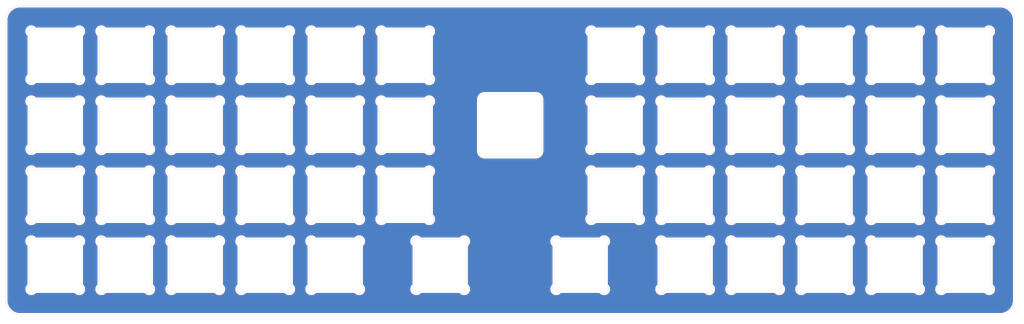
<source format=kicad_pcb>
(kicad_pcb (version 20171130) (host pcbnew "(5.1.6)-1")
  (layers (0 F.Cu signal) (31 B.Cu signal) (34 B.Paste user) (35 F.Paste user) (36 B.SilkS user) (37 F.SilkS user) (38 B.Mask user) (39 F.Mask user) (44 Edge.Cuts user))
  (net 0 "")
  (gr_line (start 73 183.5) (end 339 183.5) (layer Edge.Cuts) (width 0.05))
  (gr_arc (start 339 103.5) (end 343 103.5) (angle -90) (layer Edge.Cuts) (width 0.05))
  (gr_arc (start 73 179.5) (end 69 179.5) (angle -90) (layer Edge.Cuts) (width 0.05))
  (gr_line (start 69 103.5) (end 69 179.5) (layer Edge.Cuts) (width 0.05))
  (gr_line (start 343 179.5) (end 343 103.5) (layer Edge.Cuts) (width 0.05))
  (gr_arc (start 339 179.5) (end 339 183.5) (angle -90) (layer Edge.Cuts) (width 0.05))
  (gr_line (start 339 99.5) (end 73 99.5) (layer Edge.Cuts) (width 0.05))
  (gr_arc (start 73 103.5) (end 73 99.5) (angle -90) (layer Edge.Cuts) (width 0.05))
  (gr_line (start 214.5 139) (end 214.5 125) (layer Edge.Cuts) (width 0.05))
  (gr_line (start 199 140.5) (end 213 140.5) (layer Edge.Cuts) (width 0.05))
  (gr_line (start 197.5 125) (end 197.5 139) (layer Edge.Cuts) (width 0.05))
  (gr_line (start 213 123.5) (end 199 123.5) (layer Edge.Cuts) (width 0.05))
  (gr_arc (start 213 125) (end 214.5 125) (angle -90) (layer Edge.Cuts) (width 0.05))
  (gr_arc (start 213 139) (end 213 140.5) (angle -90) (layer Edge.Cuts) (width 0.05))
  (gr_arc (start 199 139) (end 197.5 139) (angle -90) (layer Edge.Cuts) (width 0.05))
  (gr_arc (start 199 125) (end 199 123.5) (angle -90) (layer Edge.Cuts) (width 0.05))
  (gr_line (start 227.500001 118.500001) (end 227.5 107.499999) (layer Edge.Cuts) (width 0.05))
  (gr_arc (start 279 119.5) (end 278.000001 119.999999) (angle -216.8698976) (layer Edge.Cuts) (width 0.05))
  (gr_line (start 298.499999 107.499999) (end 298.5 118.5) (layer Edge.Cuts) (width 0.05))
  (gr_arc (start 298 119.5) (end 297.000001 119.999999) (angle -216.8698976) (layer Edge.Cuts) (width 0.05))
  (gr_arc (start 247 119.5) (end 246.500001 118.500001) (angle -216.8698976) (layer Edge.Cuts) (width 0.05))
  (gr_arc (start 279 106.5) (end 279.499999 107.499999) (angle -216.8698976) (layer Edge.Cuts) (width 0.05))
  (gr_arc (start 298 106.5) (end 298.499999 107.499999) (angle -216.8698976) (layer Edge.Cuts) (width 0.05))
  (gr_line (start 246.500001 118.500001) (end 246.5 107.499999) (layer Edge.Cuts) (width 0.05))
  (gr_line (start 266.999999 106.000001) (end 278.000001 106) (layer Edge.Cuts) (width 0.05))
  (gr_line (start 285.999999 106.000001) (end 297.000001 106) (layer Edge.Cuts) (width 0.05))
  (gr_line (start 297.000001 119.999999) (end 285.999999 120) (layer Edge.Cuts) (width 0.05))
  (gr_arc (start 285 119.5) (end 284.500001 118.500001) (angle -216.8698976) (layer Edge.Cuts) (width 0.05))
  (gr_arc (start 285 106.5) (end 285.999999 106.000001) (angle -216.8698976) (layer Edge.Cuts) (width 0.05))
  (gr_line (start 279.499999 107.499999) (end 279.5 118.5) (layer Edge.Cuts) (width 0.05))
  (gr_arc (start 247 106.5) (end 247.999999 106.000001) (angle -216.8698976) (layer Edge.Cuts) (width 0.05))
  (gr_line (start 247.999999 106.000001) (end 259.000001 106) (layer Edge.Cuts) (width 0.05))
  (gr_line (start 284.500001 118.500001) (end 284.5 107.499999) (layer Edge.Cuts) (width 0.05))
  (gr_line (start 278.000001 119.999999) (end 266.999999 120) (layer Edge.Cuts) (width 0.05))
  (gr_arc (start 260 106.5) (end 260.499999 107.499999) (angle -216.8698976) (layer Edge.Cuts) (width 0.05))
  (gr_arc (start 266 119.5) (end 265.500001 118.500001) (angle -216.8698976) (layer Edge.Cuts) (width 0.05))
  (gr_line (start 240.000001 119.999999) (end 228.999999 120) (layer Edge.Cuts) (width 0.05))
  (gr_arc (start 266 106.5) (end 266.999999 106.000001) (angle -216.8698976) (layer Edge.Cuts) (width 0.05))
  (gr_arc (start 260 119.5) (end 259.000001 119.999999) (angle -216.8698976) (layer Edge.Cuts) (width 0.05))
  (gr_line (start 259.000001 119.999999) (end 247.999999 120) (layer Edge.Cuts) (width 0.05))
  (gr_line (start 260.499999 107.499999) (end 260.5 118.5) (layer Edge.Cuts) (width 0.05))
  (gr_line (start 228.999999 106.000001) (end 240.000001 106) (layer Edge.Cuts) (width 0.05))
  (gr_arc (start 228 106.5) (end 228.999999 106.000001) (angle -216.8698976) (layer Edge.Cuts) (width 0.05))
  (gr_arc (start 241 106.5) (end 241.499999 107.499999) (angle -216.8698976) (layer Edge.Cuts) (width 0.05))
  (gr_arc (start 241 119.5) (end 240.000001 119.999999) (angle -216.8698976) (layer Edge.Cuts) (width 0.05))
  (gr_arc (start 228 119.5) (end 227.500001 118.500001) (angle -216.8698976) (layer Edge.Cuts) (width 0.05))
  (gr_line (start 265.500001 118.500001) (end 265.5 107.499999) (layer Edge.Cuts) (width 0.05))
  (gr_line (start 241.499999 107.499999) (end 241.5 118.5) (layer Edge.Cuts) (width 0.05))
  (gr_arc (start 336 157.5) (end 335.000001 157.999999) (angle -216.8698976) (layer Edge.Cuts) (width 0.05))
  (gr_arc (start 260 157.5) (end 259.000001 157.999999) (angle -216.8698976) (layer Edge.Cuts) (width 0.05))
  (gr_line (start 323.999999 144.000001) (end 335.000001 144) (layer Edge.Cuts) (width 0.05))
  (gr_line (start 265.500001 156.500001) (end 265.5 145.499999) (layer Edge.Cuts) (width 0.05))
  (gr_line (start 317.499999 145.499999) (end 317.5 156.5) (layer Edge.Cuts) (width 0.05))
  (gr_arc (start 304 157.5) (end 303.500001 156.500001) (angle -216.8698976) (layer Edge.Cuts) (width 0.05))
  (gr_line (start 335.000001 157.999999) (end 323.999999 158) (layer Edge.Cuts) (width 0.05))
  (gr_arc (start 304 144.5) (end 304.999999 144.000001) (angle -216.8698976) (layer Edge.Cuts) (width 0.05))
  (gr_line (start 278.000001 157.999999) (end 266.999999 158) (layer Edge.Cuts) (width 0.05))
  (gr_arc (start 285 157.5) (end 284.500001 156.500001) (angle -216.8698976) (layer Edge.Cuts) (width 0.05))
  (gr_arc (start 298 157.5) (end 297.000001 157.999999) (angle -216.8698976) (layer Edge.Cuts) (width 0.05))
  (gr_line (start 241.499999 145.499999) (end 241.5 156.5) (layer Edge.Cuts) (width 0.05))
  (gr_arc (start 241 144.5) (end 241.499999 145.499999) (angle -216.8698976) (layer Edge.Cuts) (width 0.05))
  (gr_arc (start 317 144.5) (end 317.499999 145.499999) (angle -216.8698976) (layer Edge.Cuts) (width 0.05))
  (gr_line (start 279.499999 145.499999) (end 279.5 156.5) (layer Edge.Cuts) (width 0.05))
  (gr_arc (start 285 144.5) (end 285.999999 144.000001) (angle -216.8698976) (layer Edge.Cuts) (width 0.05))
  (gr_line (start 259.000001 157.999999) (end 247.999999 158) (layer Edge.Cuts) (width 0.05))
  (gr_arc (start 241 157.5) (end 240.000001 157.999999) (angle -216.8698976) (layer Edge.Cuts) (width 0.05))
  (gr_line (start 260.499999 145.499999) (end 260.5 156.5) (layer Edge.Cuts) (width 0.05))
  (gr_line (start 228.999999 144.000001) (end 240.000001 144) (layer Edge.Cuts) (width 0.05))
  (gr_arc (start 323 157.5) (end 322.500001 156.500001) (angle -216.8698976) (layer Edge.Cuts) (width 0.05))
  (gr_line (start 322.500001 156.500001) (end 322.5 145.499999) (layer Edge.Cuts) (width 0.05))
  (gr_line (start 336.499999 145.499999) (end 336.5 156.5) (layer Edge.Cuts) (width 0.05))
  (gr_line (start 298.499999 145.499999) (end 298.5 156.5) (layer Edge.Cuts) (width 0.05))
  (gr_line (start 247.999999 144.000001) (end 259.000001 144) (layer Edge.Cuts) (width 0.05))
  (gr_line (start 266.999999 144.000001) (end 278.000001 144) (layer Edge.Cuts) (width 0.05))
  (gr_line (start 297.000001 157.999999) (end 285.999999 158) (layer Edge.Cuts) (width 0.05))
  (gr_arc (start 279 144.5) (end 279.499999 145.499999) (angle -216.8698976) (layer Edge.Cuts) (width 0.05))
  (gr_line (start 285.999999 144.000001) (end 297.000001 144) (layer Edge.Cuts) (width 0.05))
  (gr_line (start 316.000001 157.999999) (end 304.999999 158) (layer Edge.Cuts) (width 0.05))
  (gr_line (start 284.500001 156.500001) (end 284.5 145.499999) (layer Edge.Cuts) (width 0.05))
  (gr_arc (start 279 157.5) (end 278.000001 157.999999) (angle -216.8698976) (layer Edge.Cuts) (width 0.05))
  (gr_arc (start 228 157.5) (end 227.500001 156.500001) (angle -216.8698976) (layer Edge.Cuts) (width 0.05))
  (gr_arc (start 336 144.5) (end 336.499999 145.499999) (angle -216.8698976) (layer Edge.Cuts) (width 0.05))
  (gr_arc (start 298 144.5) (end 298.499999 145.499999) (angle -216.8698976) (layer Edge.Cuts) (width 0.05))
  (gr_arc (start 266 144.5) (end 266.999999 144.000001) (angle -216.8698976) (layer Edge.Cuts) (width 0.05))
  (gr_arc (start 247 144.5) (end 247.999999 144.000001) (angle -216.8698976) (layer Edge.Cuts) (width 0.05))
  (gr_arc (start 323 144.5) (end 323.999999 144.000001) (angle -216.8698976) (layer Edge.Cuts) (width 0.05))
  (gr_line (start 227.500001 156.500001) (end 227.5 145.499999) (layer Edge.Cuts) (width 0.05))
  (gr_line (start 303.500001 156.500001) (end 303.5 145.499999) (layer Edge.Cuts) (width 0.05))
  (gr_line (start 304.999999 144.000001) (end 316.000001 144) (layer Edge.Cuts) (width 0.05))
  (gr_arc (start 317 157.5) (end 316.000001 157.999999) (angle -216.8698976) (layer Edge.Cuts) (width 0.05))
  (gr_arc (start 260 144.5) (end 260.499999 145.499999) (angle -216.8698976) (layer Edge.Cuts) (width 0.05))
  (gr_line (start 246.500001 156.500001) (end 246.5 145.499999) (layer Edge.Cuts) (width 0.05))
  (gr_arc (start 247 157.5) (end 246.500001 156.500001) (angle -216.8698976) (layer Edge.Cuts) (width 0.05))
  (gr_arc (start 266 157.5) (end 265.500001 156.500001) (angle -216.8698976) (layer Edge.Cuts) (width 0.05))
  (gr_arc (start 228 144.5) (end 228.999999 144.000001) (angle -216.8698976) (layer Edge.Cuts) (width 0.05))
  (gr_line (start 240.000001 157.999999) (end 228.999999 158) (layer Edge.Cuts) (width 0.05))
  (gr_line (start 285.999999 125.000001) (end 297.000001 125) (layer Edge.Cuts) (width 0.05))
  (gr_line (start 284.500001 137.500001) (end 284.5 126.499999) (layer Edge.Cuts) (width 0.05))
  (gr_arc (start 260 125.5) (end 260.499999 126.499999) (angle -216.8698976) (layer Edge.Cuts) (width 0.05))
  (gr_line (start 298.499999 126.499999) (end 298.5 137.5) (layer Edge.Cuts) (width 0.05))
  (gr_line (start 278.000001 138.999999) (end 266.999999 139) (layer Edge.Cuts) (width 0.05))
  (gr_arc (start 285 138.5) (end 284.500001 137.500001) (angle -216.8698976) (layer Edge.Cuts) (width 0.05))
  (gr_arc (start 247 138.5) (end 246.500001 137.500001) (angle -216.8698976) (layer Edge.Cuts) (width 0.05))
  (gr_line (start 227.500001 137.500001) (end 227.5 126.499999) (layer Edge.Cuts) (width 0.05))
  (gr_arc (start 266 138.5) (end 265.500001 137.500001) (angle -216.8698976) (layer Edge.Cuts) (width 0.05))
  (gr_line (start 246.500001 137.500001) (end 246.5 126.499999) (layer Edge.Cuts) (width 0.05))
  (gr_arc (start 279 125.5) (end 279.499999 126.499999) (angle -216.8698976) (layer Edge.Cuts) (width 0.05))
  (gr_arc (start 279 138.5) (end 278.000001 138.999999) (angle -216.8698976) (layer Edge.Cuts) (width 0.05))
  (gr_arc (start 298 125.5) (end 298.499999 126.499999) (angle -216.8698976) (layer Edge.Cuts) (width 0.05))
  (gr_line (start 266.999999 125.000001) (end 278.000001 125) (layer Edge.Cuts) (width 0.05))
  (gr_arc (start 298 138.5) (end 297.000001 138.999999) (angle -216.8698976) (layer Edge.Cuts) (width 0.05))
  (gr_line (start 247.999999 125.000001) (end 259.000001 125) (layer Edge.Cuts) (width 0.05))
  (gr_line (start 297.000001 138.999999) (end 285.999999 139) (layer Edge.Cuts) (width 0.05))
  (gr_line (start 279.499999 126.499999) (end 279.5 137.5) (layer Edge.Cuts) (width 0.05))
  (gr_arc (start 285 125.5) (end 285.999999 125.000001) (angle -216.8698976) (layer Edge.Cuts) (width 0.05))
  (gr_arc (start 247 125.5) (end 247.999999 125.000001) (angle -216.8698976) (layer Edge.Cuts) (width 0.05))
  (gr_arc (start 317 119.5) (end 316.000001 119.999999) (angle -216.8698976) (layer Edge.Cuts) (width 0.05))
  (gr_arc (start 304 106.5) (end 304.999999 106.000001) (angle -216.8698976) (layer Edge.Cuts) (width 0.05))
  (gr_arc (start 228 138.5) (end 227.500001 137.500001) (angle -216.8698976) (layer Edge.Cuts) (width 0.05))
  (gr_line (start 241.499999 126.499999) (end 241.5 137.5) (layer Edge.Cuts) (width 0.05))
  (gr_line (start 303.500001 137.500001) (end 303.5 126.499999) (layer Edge.Cuts) (width 0.05))
  (gr_line (start 316.000001 138.999999) (end 304.999999 139) (layer Edge.Cuts) (width 0.05))
  (gr_line (start 240.000001 138.999999) (end 228.999999 139) (layer Edge.Cuts) (width 0.05))
  (gr_arc (start 266 125.5) (end 266.999999 125.000001) (angle -216.8698976) (layer Edge.Cuts) (width 0.05))
  (gr_arc (start 260 138.5) (end 259.000001 138.999999) (angle -216.8698976) (layer Edge.Cuts) (width 0.05))
  (gr_line (start 259.000001 138.999999) (end 247.999999 139) (layer Edge.Cuts) (width 0.05))
  (gr_line (start 260.499999 126.499999) (end 260.5 137.5) (layer Edge.Cuts) (width 0.05))
  (gr_line (start 228.999999 125.000001) (end 240.000001 125) (layer Edge.Cuts) (width 0.05))
  (gr_line (start 265.500001 137.500001) (end 265.5 126.499999) (layer Edge.Cuts) (width 0.05))
  (gr_arc (start 323 138.5) (end 322.500001 137.500001) (angle -216.8698976) (layer Edge.Cuts) (width 0.05))
  (gr_arc (start 323 106.5) (end 323.999999 106.000001) (angle -216.8698976) (layer Edge.Cuts) (width 0.05))
  (gr_line (start 304.999999 125.000001) (end 316.000001 125) (layer Edge.Cuts) (width 0.05))
  (gr_line (start 303.500001 118.500001) (end 303.5 107.499999) (layer Edge.Cuts) (width 0.05))
  (gr_line (start 317.499999 126.499999) (end 317.5 137.5) (layer Edge.Cuts) (width 0.05))
  (gr_arc (start 336 119.5) (end 335.000001 119.999999) (angle -216.8698976) (layer Edge.Cuts) (width 0.05))
  (gr_arc (start 323 119.5) (end 322.500001 118.500001) (angle -216.8698976) (layer Edge.Cuts) (width 0.05))
  (gr_arc (start 304 119.5) (end 303.500001 118.500001) (angle -216.8698976) (layer Edge.Cuts) (width 0.05))
  (gr_line (start 316.000001 119.999999) (end 304.999999 120) (layer Edge.Cuts) (width 0.05))
  (gr_arc (start 228 125.5) (end 228.999999 125.000001) (angle -216.8698976) (layer Edge.Cuts) (width 0.05))
  (gr_arc (start 241 125.5) (end 241.499999 126.499999) (angle -216.8698976) (layer Edge.Cuts) (width 0.05))
  (gr_arc (start 304 138.5) (end 303.500001 137.500001) (angle -216.8698976) (layer Edge.Cuts) (width 0.05))
  (gr_line (start 323.999999 125.000001) (end 335.000001 125) (layer Edge.Cuts) (width 0.05))
  (gr_arc (start 323 125.5) (end 323.999999 125.000001) (angle -216.8698976) (layer Edge.Cuts) (width 0.05))
  (gr_line (start 335.000001 138.999999) (end 323.999999 139) (layer Edge.Cuts) (width 0.05))
  (gr_line (start 322.500001 137.500001) (end 322.5 126.499999) (layer Edge.Cuts) (width 0.05))
  (gr_line (start 335.000001 119.999999) (end 323.999999 120) (layer Edge.Cuts) (width 0.05))
  (gr_line (start 336.499999 107.499999) (end 336.5 118.5) (layer Edge.Cuts) (width 0.05))
  (gr_line (start 304.999999 106.000001) (end 316.000001 106) (layer Edge.Cuts) (width 0.05))
  (gr_arc (start 336 138.5) (end 335.000001 138.999999) (angle -216.8698976) (layer Edge.Cuts) (width 0.05))
  (gr_line (start 322.500001 118.500001) (end 322.5 107.499999) (layer Edge.Cuts) (width 0.05))
  (gr_line (start 323.999999 106.000001) (end 335.000001 106) (layer Edge.Cuts) (width 0.05))
  (gr_arc (start 317 138.5) (end 316.000001 138.999999) (angle -216.8698976) (layer Edge.Cuts) (width 0.05))
  (gr_arc (start 241 138.5) (end 240.000001 138.999999) (angle -216.8698976) (layer Edge.Cuts) (width 0.05))
  (gr_arc (start 336 106.5) (end 336.499999 107.499999) (angle -216.8698976) (layer Edge.Cuts) (width 0.05))
  (gr_arc (start 317 125.5) (end 317.499999 126.499999) (angle -216.8698976) (layer Edge.Cuts) (width 0.05))
  (gr_arc (start 304 125.5) (end 304.999999 125.000001) (angle -216.8698976) (layer Edge.Cuts) (width 0.05))
  (gr_arc (start 336 125.5) (end 336.499999 126.499999) (angle -216.8698976) (layer Edge.Cuts) (width 0.05))
  (gr_line (start 336.499999 126.499999) (end 336.5 137.5) (layer Edge.Cuts) (width 0.05))
  (gr_line (start 317.499999 107.499999) (end 317.5 118.5) (layer Edge.Cuts) (width 0.05))
  (gr_arc (start 317 106.5) (end 317.499999 107.499999) (angle -216.8698976) (layer Edge.Cuts) (width 0.05))
  (gr_arc (start 260 176.5) (end 259.000001 176.999999) (angle -216.8698976) (layer Edge.Cuts) (width 0.05))
  (gr_arc (start 336 176.5) (end 335.000001 176.999999) (angle -216.8698976) (layer Edge.Cuts) (width 0.05))
  (gr_line (start 317.499999 164.499999) (end 317.5 175.5) (layer Edge.Cuts) (width 0.05))
  (gr_line (start 335.000001 176.999999) (end 323.999999 177) (layer Edge.Cuts) (width 0.05))
  (gr_arc (start 304 163.5) (end 304.999999 163.000001) (angle -216.8698976) (layer Edge.Cuts) (width 0.05))
  (gr_line (start 259.000001 176.999999) (end 247.999999 177) (layer Edge.Cuts) (width 0.05))
  (gr_line (start 219.499999 163.000001) (end 230.500001 163) (layer Edge.Cuts) (width 0.05))
  (gr_line (start 260.499999 164.499999) (end 260.5 175.5) (layer Edge.Cuts) (width 0.05))
  (gr_line (start 265.500001 175.500001) (end 265.5 164.499999) (layer Edge.Cuts) (width 0.05))
  (gr_arc (start 304 176.5) (end 303.500001 175.500001) (angle -216.8698976) (layer Edge.Cuts) (width 0.05))
  (gr_arc (start 231.5 176.5) (end 230.500001 176.999999) (angle -216.8698976) (layer Edge.Cuts) (width 0.05))
  (gr_line (start 279.499999 164.499999) (end 279.5 175.5) (layer Edge.Cuts) (width 0.05))
  (gr_arc (start 298 176.5) (end 297.000001 176.999999) (angle -216.8698976) (layer Edge.Cuts) (width 0.05))
  (gr_arc (start 317 163.5) (end 317.499999 164.499999) (angle -216.8698976) (layer Edge.Cuts) (width 0.05))
  (gr_line (start 323.999999 163.000001) (end 335.000001 163) (layer Edge.Cuts) (width 0.05))
  (gr_arc (start 285 176.5) (end 284.500001 175.500001) (angle -216.8698976) (layer Edge.Cuts) (width 0.05))
  (gr_arc (start 231.5 163.5) (end 231.999999 164.499999) (angle -216.8698976) (layer Edge.Cuts) (width 0.05))
  (gr_line (start 278.000001 176.999999) (end 266.999999 177) (layer Edge.Cuts) (width 0.05))
  (gr_arc (start 285 163.5) (end 285.999999 163.000001) (angle -216.8698976) (layer Edge.Cuts) (width 0.05))
  (gr_line (start 231.999999 164.499999) (end 232 175.5) (layer Edge.Cuts) (width 0.05))
  (gr_arc (start 218.5 163.5) (end 219.499999 163.000001) (angle -216.8698976) (layer Edge.Cuts) (width 0.05))
  (gr_line (start 247.999999 163.000001) (end 259.000001 163) (layer Edge.Cuts) (width 0.05))
  (gr_line (start 297.000001 176.999999) (end 285.999999 177) (layer Edge.Cuts) (width 0.05))
  (gr_arc (start 266 176.5) (end 265.500001 175.500001) (angle -216.8698976) (layer Edge.Cuts) (width 0.05))
  (gr_arc (start 279 176.5) (end 278.000001 176.999999) (angle -216.8698976) (layer Edge.Cuts) (width 0.05))
  (gr_line (start 303.500001 175.500001) (end 303.5 164.499999) (layer Edge.Cuts) (width 0.05))
  (gr_arc (start 247 163.5) (end 247.999999 163.000001) (angle -216.8698976) (layer Edge.Cuts) (width 0.05))
  (gr_arc (start 279 163.5) (end 279.499999 164.499999) (angle -216.8698976) (layer Edge.Cuts) (width 0.05))
  (gr_line (start 285.999999 163.000001) (end 297.000001 163) (layer Edge.Cuts) (width 0.05))
  (gr_line (start 316.000001 176.999999) (end 304.999999 177) (layer Edge.Cuts) (width 0.05))
  (gr_line (start 284.500001 175.500001) (end 284.5 164.499999) (layer Edge.Cuts) (width 0.05))
  (gr_arc (start 336 163.5) (end 336.499999 164.499999) (angle -216.8698976) (layer Edge.Cuts) (width 0.05))
  (gr_line (start 218.000001 175.500001) (end 218 164.499999) (layer Edge.Cuts) (width 0.05))
  (gr_arc (start 317 176.5) (end 316.000001 176.999999) (angle -216.8698976) (layer Edge.Cuts) (width 0.05))
  (gr_arc (start 260 163.5) (end 260.499999 164.499999) (angle -216.8698976) (layer Edge.Cuts) (width 0.05))
  (gr_arc (start 323 176.5) (end 322.500001 175.500001) (angle -216.8698976) (layer Edge.Cuts) (width 0.05))
  (gr_arc (start 218.5 176.5) (end 218.000001 175.500001) (angle -216.8698976) (layer Edge.Cuts) (width 0.05))
  (gr_line (start 336.499999 164.499999) (end 336.5 175.5) (layer Edge.Cuts) (width 0.05))
  (gr_line (start 298.499999 164.499999) (end 298.5 175.5) (layer Edge.Cuts) (width 0.05))
  (gr_arc (start 266 163.5) (end 266.999999 163.000001) (angle -216.8698976) (layer Edge.Cuts) (width 0.05))
  (gr_arc (start 323 163.5) (end 323.999999 163.000001) (angle -216.8698976) (layer Edge.Cuts) (width 0.05))
  (gr_line (start 304.999999 163.000001) (end 316.000001 163) (layer Edge.Cuts) (width 0.05))
  (gr_line (start 230.500001 176.999999) (end 219.499999 177) (layer Edge.Cuts) (width 0.05))
  (gr_line (start 322.500001 175.500001) (end 322.5 164.499999) (layer Edge.Cuts) (width 0.05))
  (gr_arc (start 298 163.5) (end 298.499999 164.499999) (angle -216.8698976) (layer Edge.Cuts) (width 0.05))
  (gr_line (start 266.999999 163.000001) (end 278.000001 163) (layer Edge.Cuts) (width 0.05))
  (gr_line (start 246.500001 175.500001) (end 246.5 164.499999) (layer Edge.Cuts) (width 0.05))
  (gr_arc (start 247 176.5) (end 246.500001 175.500001) (angle -216.8698976) (layer Edge.Cuts) (width 0.05))
  (gr_arc (start 193.5 176.5) (end 192.500001 176.999999) (angle -216.8698976) (layer Edge.Cuts) (width 0.05))
  (gr_arc (start 108 176.5) (end 107.000001 176.999999) (angle -216.8698976) (layer Edge.Cuts) (width 0.05))
  (gr_line (start 181.499999 163.000001) (end 192.500001 163) (layer Edge.Cuts) (width 0.05))
  (gr_line (start 113.500001 175.500001) (end 113.5 164.499999) (layer Edge.Cuts) (width 0.05))
  (gr_line (start 165.499999 164.499999) (end 165.5 175.5) (layer Edge.Cuts) (width 0.05))
  (gr_arc (start 152 176.5) (end 151.500001 175.500001) (angle -216.8698976) (layer Edge.Cuts) (width 0.05))
  (gr_line (start 192.500001 176.999999) (end 181.499999 177) (layer Edge.Cuts) (width 0.05))
  (gr_arc (start 152 163.5) (end 152.999999 163.000001) (angle -216.8698976) (layer Edge.Cuts) (width 0.05))
  (gr_line (start 126.000001 176.999999) (end 114.999999 177) (layer Edge.Cuts) (width 0.05))
  (gr_arc (start 133 176.5) (end 132.500001 175.500001) (angle -216.8698976) (layer Edge.Cuts) (width 0.05))
  (gr_arc (start 146 176.5) (end 145.000001 176.999999) (angle -216.8698976) (layer Edge.Cuts) (width 0.05))
  (gr_line (start 89.499999 164.499999) (end 89.5 175.5) (layer Edge.Cuts) (width 0.05))
  (gr_arc (start 89 163.5) (end 89.499999 164.499999) (angle -216.8698976) (layer Edge.Cuts) (width 0.05))
  (gr_arc (start 165 163.5) (end 165.499999 164.499999) (angle -216.8698976) (layer Edge.Cuts) (width 0.05))
  (gr_line (start 127.499999 164.499999) (end 127.5 175.5) (layer Edge.Cuts) (width 0.05))
  (gr_arc (start 133 163.5) (end 133.999999 163.000001) (angle -216.8698976) (layer Edge.Cuts) (width 0.05))
  (gr_line (start 107.000001 176.999999) (end 95.999999 177) (layer Edge.Cuts) (width 0.05))
  (gr_arc (start 89 176.5) (end 88.000001 176.999999) (angle -216.8698976) (layer Edge.Cuts) (width 0.05))
  (gr_line (start 108.499999 164.499999) (end 108.5 175.5) (layer Edge.Cuts) (width 0.05))
  (gr_line (start 76.999999 163.000001) (end 88.000001 163) (layer Edge.Cuts) (width 0.05))
  (gr_arc (start 180.5 176.5) (end 180.000001 175.500001) (angle -216.8698976) (layer Edge.Cuts) (width 0.05))
  (gr_line (start 180.000001 175.500001) (end 180 164.499999) (layer Edge.Cuts) (width 0.05))
  (gr_line (start 193.999999 164.499999) (end 194 175.5) (layer Edge.Cuts) (width 0.05))
  (gr_line (start 146.499999 164.499999) (end 146.5 175.5) (layer Edge.Cuts) (width 0.05))
  (gr_line (start 95.999999 163.000001) (end 107.000001 163) (layer Edge.Cuts) (width 0.05))
  (gr_line (start 114.999999 163.000001) (end 126.000001 163) (layer Edge.Cuts) (width 0.05))
  (gr_line (start 145.000001 176.999999) (end 133.999999 177) (layer Edge.Cuts) (width 0.05))
  (gr_arc (start 127 163.5) (end 127.499999 164.499999) (angle -216.8698976) (layer Edge.Cuts) (width 0.05))
  (gr_line (start 133.999999 163.000001) (end 145.000001 163) (layer Edge.Cuts) (width 0.05))
  (gr_line (start 164.000001 176.999999) (end 152.999999 177) (layer Edge.Cuts) (width 0.05))
  (gr_line (start 132.500001 175.500001) (end 132.5 164.499999) (layer Edge.Cuts) (width 0.05))
  (gr_arc (start 127 176.5) (end 126.000001 176.999999) (angle -216.8698976) (layer Edge.Cuts) (width 0.05))
  (gr_arc (start 76 176.5) (end 75.500001 175.500001) (angle -216.8698976) (layer Edge.Cuts) (width 0.05))
  (gr_arc (start 193.5 163.5) (end 193.999999 164.499999) (angle -216.8698976) (layer Edge.Cuts) (width 0.05))
  (gr_arc (start 146 163.5) (end 146.499999 164.499999) (angle -216.8698976) (layer Edge.Cuts) (width 0.05))
  (gr_arc (start 114 163.5) (end 114.999999 163.000001) (angle -216.8698976) (layer Edge.Cuts) (width 0.05))
  (gr_arc (start 95 163.5) (end 95.999999 163.000001) (angle -216.8698976) (layer Edge.Cuts) (width 0.05))
  (gr_arc (start 180.5 163.5) (end 181.499999 163.000001) (angle -216.8698976) (layer Edge.Cuts) (width 0.05))
  (gr_line (start 75.500001 175.500001) (end 75.5 164.499999) (layer Edge.Cuts) (width 0.05))
  (gr_line (start 151.500001 175.500001) (end 151.5 164.499999) (layer Edge.Cuts) (width 0.05))
  (gr_line (start 152.999999 163.000001) (end 164.000001 163) (layer Edge.Cuts) (width 0.05))
  (gr_arc (start 165 176.5) (end 164.000001 176.999999) (angle -216.8698976) (layer Edge.Cuts) (width 0.05))
  (gr_arc (start 108 163.5) (end 108.499999 164.499999) (angle -216.8698976) (layer Edge.Cuts) (width 0.05))
  (gr_line (start 94.500001 175.500001) (end 94.5 164.499999) (layer Edge.Cuts) (width 0.05))
  (gr_arc (start 95 176.5) (end 94.500001 175.500001) (angle -216.8698976) (layer Edge.Cuts) (width 0.05))
  (gr_arc (start 114 176.5) (end 113.500001 175.500001) (angle -216.8698976) (layer Edge.Cuts) (width 0.05))
  (gr_arc (start 76 163.5) (end 76.999999 163.000001) (angle -216.8698976) (layer Edge.Cuts) (width 0.05))
  (gr_line (start 88.000001 176.999999) (end 76.999999 177) (layer Edge.Cuts) (width 0.05))
  (gr_line (start 133.999999 144.000001) (end 145.000001 144) (layer Edge.Cuts) (width 0.05))
  (gr_line (start 132.500001 156.500001) (end 132.5 145.499999) (layer Edge.Cuts) (width 0.05))
  (gr_arc (start 108 144.5) (end 108.499999 145.499999) (angle -216.8698976) (layer Edge.Cuts) (width 0.05))
  (gr_line (start 146.499999 145.499999) (end 146.5 156.5) (layer Edge.Cuts) (width 0.05))
  (gr_line (start 126.000001 157.999999) (end 114.999999 158) (layer Edge.Cuts) (width 0.05))
  (gr_arc (start 133 157.5) (end 132.500001 156.500001) (angle -216.8698976) (layer Edge.Cuts) (width 0.05))
  (gr_arc (start 95 157.5) (end 94.500001 156.500001) (angle -216.8698976) (layer Edge.Cuts) (width 0.05))
  (gr_line (start 75.500001 156.500001) (end 75.5 145.499999) (layer Edge.Cuts) (width 0.05))
  (gr_arc (start 114 157.5) (end 113.500001 156.500001) (angle -216.8698976) (layer Edge.Cuts) (width 0.05))
  (gr_line (start 94.500001 156.500001) (end 94.5 145.499999) (layer Edge.Cuts) (width 0.05))
  (gr_arc (start 127 144.5) (end 127.499999 145.499999) (angle -216.8698976) (layer Edge.Cuts) (width 0.05))
  (gr_arc (start 127 157.5) (end 126.000001 157.999999) (angle -216.8698976) (layer Edge.Cuts) (width 0.05))
  (gr_arc (start 146 144.5) (end 146.499999 145.499999) (angle -216.8698976) (layer Edge.Cuts) (width 0.05))
  (gr_line (start 114.999999 144.000001) (end 126.000001 144) (layer Edge.Cuts) (width 0.05))
  (gr_arc (start 146 157.5) (end 145.000001 157.999999) (angle -216.8698976) (layer Edge.Cuts) (width 0.05))
  (gr_line (start 95.999999 144.000001) (end 107.000001 144) (layer Edge.Cuts) (width 0.05))
  (gr_line (start 145.000001 157.999999) (end 133.999999 158) (layer Edge.Cuts) (width 0.05))
  (gr_line (start 127.499999 145.499999) (end 127.5 156.5) (layer Edge.Cuts) (width 0.05))
  (gr_arc (start 133 144.5) (end 133.999999 144.000001) (angle -216.8698976) (layer Edge.Cuts) (width 0.05))
  (gr_arc (start 95 144.5) (end 95.999999 144.000001) (angle -216.8698976) (layer Edge.Cuts) (width 0.05))
  (gr_arc (start 76 157.5) (end 75.500001 156.500001) (angle -216.8698976) (layer Edge.Cuts) (width 0.05))
  (gr_line (start 89.499999 145.499999) (end 89.5 156.5) (layer Edge.Cuts) (width 0.05))
  (gr_line (start 151.500001 156.500001) (end 151.5 145.499999) (layer Edge.Cuts) (width 0.05))
  (gr_line (start 164.000001 157.999999) (end 152.999999 158) (layer Edge.Cuts) (width 0.05))
  (gr_line (start 88.000001 157.999999) (end 76.999999 158) (layer Edge.Cuts) (width 0.05))
  (gr_arc (start 114 144.5) (end 114.999999 144.000001) (angle -216.8698976) (layer Edge.Cuts) (width 0.05))
  (gr_arc (start 108 157.5) (end 107.000001 157.999999) (angle -216.8698976) (layer Edge.Cuts) (width 0.05))
  (gr_line (start 107.000001 157.999999) (end 95.999999 158) (layer Edge.Cuts) (width 0.05))
  (gr_line (start 108.499999 145.499999) (end 108.5 156.5) (layer Edge.Cuts) (width 0.05))
  (gr_line (start 76.999999 144.000001) (end 88.000001 144) (layer Edge.Cuts) (width 0.05))
  (gr_line (start 113.500001 156.500001) (end 113.5 145.499999) (layer Edge.Cuts) (width 0.05))
  (gr_arc (start 171 157.5) (end 170.500001 156.500001) (angle -216.8698976) (layer Edge.Cuts) (width 0.05))
  (gr_line (start 152.999999 144.000001) (end 164.000001 144) (layer Edge.Cuts) (width 0.05))
  (gr_line (start 165.499999 145.499999) (end 165.5 156.5) (layer Edge.Cuts) (width 0.05))
  (gr_arc (start 76 144.5) (end 76.999999 144.000001) (angle -216.8698976) (layer Edge.Cuts) (width 0.05))
  (gr_arc (start 89 144.5) (end 89.499999 145.499999) (angle -216.8698976) (layer Edge.Cuts) (width 0.05))
  (gr_arc (start 152 157.5) (end 151.500001 156.500001) (angle -216.8698976) (layer Edge.Cuts) (width 0.05))
  (gr_line (start 171.999999 144.000001) (end 183.000001 144) (layer Edge.Cuts) (width 0.05))
  (gr_arc (start 171 144.5) (end 171.999999 144.000001) (angle -216.8698976) (layer Edge.Cuts) (width 0.05))
  (gr_line (start 183.000001 157.999999) (end 171.999999 158) (layer Edge.Cuts) (width 0.05))
  (gr_line (start 170.500001 156.500001) (end 170.5 145.499999) (layer Edge.Cuts) (width 0.05))
  (gr_arc (start 184 157.5) (end 183.000001 157.999999) (angle -216.8698976) (layer Edge.Cuts) (width 0.05))
  (gr_arc (start 165 157.5) (end 164.000001 157.999999) (angle -216.8698976) (layer Edge.Cuts) (width 0.05))
  (gr_arc (start 89 157.5) (end 88.000001 157.999999) (angle -216.8698976) (layer Edge.Cuts) (width 0.05))
  (gr_arc (start 165 144.5) (end 165.499999 145.499999) (angle -216.8698976) (layer Edge.Cuts) (width 0.05))
  (gr_arc (start 152 144.5) (end 152.999999 144.000001) (angle -216.8698976) (layer Edge.Cuts) (width 0.05))
  (gr_arc (start 184 144.5) (end 184.499999 145.499999) (angle -216.8698976) (layer Edge.Cuts) (width 0.05))
  (gr_line (start 184.499999 145.499999) (end 184.5 156.5) (layer Edge.Cuts) (width 0.05))
  (gr_line (start 75.500001 137.500001) (end 75.5 126.499999) (layer Edge.Cuts) (width 0.05))
  (gr_arc (start 127 138.5) (end 126.000001 138.999999) (angle -216.8698976) (layer Edge.Cuts) (width 0.05))
  (gr_line (start 146.499999 126.499999) (end 146.5 137.5) (layer Edge.Cuts) (width 0.05))
  (gr_arc (start 146 138.5) (end 145.000001 138.999999) (angle -216.8698976) (layer Edge.Cuts) (width 0.05))
  (gr_arc (start 95 138.5) (end 94.500001 137.500001) (angle -216.8698976) (layer Edge.Cuts) (width 0.05))
  (gr_arc (start 127 125.5) (end 127.499999 126.499999) (angle -216.8698976) (layer Edge.Cuts) (width 0.05))
  (gr_arc (start 146 125.5) (end 146.499999 126.499999) (angle -216.8698976) (layer Edge.Cuts) (width 0.05))
  (gr_line (start 94.500001 137.500001) (end 94.5 126.499999) (layer Edge.Cuts) (width 0.05))
  (gr_line (start 114.999999 125.000001) (end 126.000001 125) (layer Edge.Cuts) (width 0.05))
  (gr_line (start 133.999999 125.000001) (end 145.000001 125) (layer Edge.Cuts) (width 0.05))
  (gr_line (start 145.000001 138.999999) (end 133.999999 139) (layer Edge.Cuts) (width 0.05))
  (gr_arc (start 133 138.5) (end 132.500001 137.500001) (angle -216.8698976) (layer Edge.Cuts) (width 0.05))
  (gr_arc (start 133 125.5) (end 133.999999 125.000001) (angle -216.8698976) (layer Edge.Cuts) (width 0.05))
  (gr_line (start 127.499999 126.499999) (end 127.5 137.5) (layer Edge.Cuts) (width 0.05))
  (gr_arc (start 95 125.5) (end 95.999999 125.000001) (angle -216.8698976) (layer Edge.Cuts) (width 0.05))
  (gr_line (start 95.999999 125.000001) (end 107.000001 125) (layer Edge.Cuts) (width 0.05))
  (gr_line (start 132.500001 137.500001) (end 132.5 126.499999) (layer Edge.Cuts) (width 0.05))
  (gr_line (start 126.000001 138.999999) (end 114.999999 139) (layer Edge.Cuts) (width 0.05))
  (gr_arc (start 108 125.5) (end 108.499999 126.499999) (angle -216.8698976) (layer Edge.Cuts) (width 0.05))
  (gr_arc (start 114 138.5) (end 113.500001 137.500001) (angle -216.8698976) (layer Edge.Cuts) (width 0.05))
  (gr_line (start 88.000001 138.999999) (end 76.999999 139) (layer Edge.Cuts) (width 0.05))
  (gr_arc (start 114 125.5) (end 114.999999 125.000001) (angle -216.8698976) (layer Edge.Cuts) (width 0.05))
  (gr_arc (start 108 138.5) (end 107.000001 138.999999) (angle -216.8698976) (layer Edge.Cuts) (width 0.05))
  (gr_line (start 107.000001 138.999999) (end 95.999999 139) (layer Edge.Cuts) (width 0.05))
  (gr_line (start 108.499999 126.499999) (end 108.5 137.5) (layer Edge.Cuts) (width 0.05))
  (gr_line (start 76.999999 125.000001) (end 88.000001 125) (layer Edge.Cuts) (width 0.05))
  (gr_arc (start 76 125.5) (end 76.999999 125.000001) (angle -216.8698976) (layer Edge.Cuts) (width 0.05))
  (gr_arc (start 89 125.5) (end 89.499999 126.499999) (angle -216.8698976) (layer Edge.Cuts) (width 0.05))
  (gr_arc (start 89 138.5) (end 88.000001 138.999999) (angle -216.8698976) (layer Edge.Cuts) (width 0.05))
  (gr_arc (start 76 138.5) (end 75.500001 137.500001) (angle -216.8698976) (layer Edge.Cuts) (width 0.05))
  (gr_line (start 113.500001 137.500001) (end 113.5 126.499999) (layer Edge.Cuts) (width 0.05))
  (gr_line (start 89.499999 126.499999) (end 89.5 137.5) (layer Edge.Cuts) (width 0.05))
  (gr_arc (start 165 138.5) (end 164.000001 138.999999) (angle -216.8698976) (layer Edge.Cuts) (width 0.05))
  (gr_arc (start 152 125.5) (end 152.999999 125.000001) (angle -216.8698976) (layer Edge.Cuts) (width 0.05))
  (gr_arc (start 171 125.5) (end 171.999999 125.000001) (angle -216.8698976) (layer Edge.Cuts) (width 0.05))
  (gr_line (start 151.500001 137.500001) (end 151.5 126.499999) (layer Edge.Cuts) (width 0.05))
  (gr_arc (start 184 138.5) (end 183.000001 138.999999) (angle -216.8698976) (layer Edge.Cuts) (width 0.05))
  (gr_arc (start 171 138.5) (end 170.500001 137.500001) (angle -216.8698976) (layer Edge.Cuts) (width 0.05))
  (gr_arc (start 152 138.5) (end 151.500001 137.500001) (angle -216.8698976) (layer Edge.Cuts) (width 0.05))
  (gr_line (start 164.000001 138.999999) (end 152.999999 139) (layer Edge.Cuts) (width 0.05))
  (gr_line (start 183.000001 138.999999) (end 171.999999 139) (layer Edge.Cuts) (width 0.05))
  (gr_line (start 184.499999 126.499999) (end 184.5 137.5) (layer Edge.Cuts) (width 0.05))
  (gr_line (start 152.999999 125.000001) (end 164.000001 125) (layer Edge.Cuts) (width 0.05))
  (gr_line (start 170.500001 137.500001) (end 170.5 126.499999) (layer Edge.Cuts) (width 0.05))
  (gr_line (start 171.999999 125.000001) (end 183.000001 125) (layer Edge.Cuts) (width 0.05))
  (gr_arc (start 184 125.5) (end 184.499999 126.499999) (angle -216.8698976) (layer Edge.Cuts) (width 0.05))
  (gr_line (start 165.499999 126.499999) (end 165.5 137.5) (layer Edge.Cuts) (width 0.05))
  (gr_arc (start 165 125.5) (end 165.499999 126.499999) (angle -216.8698976) (layer Edge.Cuts) (width 0.05))
  (gr_arc (start 184 119.5) (end 183.000001 119.999999) (angle -216.8698976) (layer Edge.Cuts) (width 0.05))
  (gr_arc (start 171 106.5) (end 171.999999 106.000001) (angle -216.8698976) (layer Edge.Cuts) (width 0.05))
  (gr_line (start 170.500001 118.500001) (end 170.5 107.499999) (layer Edge.Cuts) (width 0.05))
  (gr_arc (start 171 119.5) (end 170.500001 118.500001) (angle -216.8698976) (layer Edge.Cuts) (width 0.05))
  (gr_line (start 183.000001 119.999999) (end 171.999999 120) (layer Edge.Cuts) (width 0.05))
  (gr_line (start 171.999999 106.000001) (end 183.000001 106) (layer Edge.Cuts) (width 0.05))
  (gr_line (start 184.499999 107.499999) (end 184.5 118.5) (layer Edge.Cuts) (width 0.05))
  (gr_arc (start 184 106.5) (end 184.499999 107.499999) (angle -216.8698976) (layer Edge.Cuts) (width 0.05))
  (gr_line (start 165.499999 107.499999) (end 165.5 118.5) (layer Edge.Cuts) (width 0.05))
  (gr_arc (start 165 119.5) (end 164.000001 119.999999) (angle -216.8698976) (layer Edge.Cuts) (width 0.05))
  (gr_arc (start 165 106.5) (end 165.499999 107.499999) (angle -216.8698976) (layer Edge.Cuts) (width 0.05))
  (gr_line (start 152.999999 106.000001) (end 164.000001 106) (layer Edge.Cuts) (width 0.05))
  (gr_line (start 164.000001 119.999999) (end 152.999999 120) (layer Edge.Cuts) (width 0.05))
  (gr_arc (start 152 119.5) (end 151.500001 118.500001) (angle -216.8698976) (layer Edge.Cuts) (width 0.05))
  (gr_arc (start 152 106.5) (end 152.999999 106.000001) (angle -216.8698976) (layer Edge.Cuts) (width 0.05))
  (gr_line (start 151.500001 118.500001) (end 151.5 107.499999) (layer Edge.Cuts) (width 0.05))
  (gr_arc (start 146 119.5) (end 145.000001 119.999999) (angle -216.8698976) (layer Edge.Cuts) (width 0.05))
  (gr_arc (start 146 106.5) (end 146.499999 107.499999) (angle -216.8698976) (layer Edge.Cuts) (width 0.05))
  (gr_line (start 133.999999 106.000001) (end 145.000001 106) (layer Edge.Cuts) (width 0.05))
  (gr_line (start 146.499999 107.499999) (end 146.5 118.5) (layer Edge.Cuts) (width 0.05))
  (gr_line (start 145.000001 119.999999) (end 133.999999 120) (layer Edge.Cuts) (width 0.05))
  (gr_arc (start 133 119.5) (end 132.500001 118.500001) (angle -216.8698976) (layer Edge.Cuts) (width 0.05))
  (gr_arc (start 133 106.5) (end 133.999999 106.000001) (angle -216.8698976) (layer Edge.Cuts) (width 0.05))
  (gr_line (start 132.500001 118.500001) (end 132.5 107.499999) (layer Edge.Cuts) (width 0.05))
  (gr_arc (start 114 119.5) (end 113.500001 118.500001) (angle -216.8698976) (layer Edge.Cuts) (width 0.05))
  (gr_line (start 113.500001 118.500001) (end 113.5 107.499999) (layer Edge.Cuts) (width 0.05))
  (gr_arc (start 114 106.5) (end 114.999999 106.000001) (angle -216.8698976) (layer Edge.Cuts) (width 0.05))
  (gr_line (start 114.999999 106.000001) (end 126.000001 106) (layer Edge.Cuts) (width 0.05))
  (gr_arc (start 127 106.5) (end 127.499999 107.499999) (angle -216.8698976) (layer Edge.Cuts) (width 0.05))
  (gr_arc (start 127 119.5) (end 126.000001 119.999999) (angle -216.8698976) (layer Edge.Cuts) (width 0.05))
  (gr_line (start 126.000001 119.999999) (end 114.999999 120) (layer Edge.Cuts) (width 0.05))
  (gr_line (start 127.499999 107.499999) (end 127.5 118.5) (layer Edge.Cuts) (width 0.05))
  (gr_line (start 94.500001 118.500001) (end 94.5 107.499999) (layer Edge.Cuts) (width 0.05))
  (gr_line (start 107.000001 119.999999) (end 95.999999 120) (layer Edge.Cuts) (width 0.05))
  (gr_line (start 95.999999 106.000001) (end 107.000001 106) (layer Edge.Cuts) (width 0.05))
  (gr_arc (start 95 106.5) (end 95.999999 106.000001) (angle -216.8698976) (layer Edge.Cuts) (width 0.05))
  (gr_arc (start 108 106.5) (end 108.499999 107.499999) (angle -216.8698976) (layer Edge.Cuts) (width 0.05))
  (gr_arc (start 108 119.5) (end 107.000001 119.999999) (angle -216.8698976) (layer Edge.Cuts) (width 0.05))
  (gr_arc (start 95 119.5) (end 94.500001 118.500001) (angle -216.8698976) (layer Edge.Cuts) (width 0.05))
  (gr_line (start 108.499999 107.499999) (end 108.5 118.5) (layer Edge.Cuts) (width 0.05))
  (gr_arc (start 89 106.5) (end 89.499999 107.499999) (angle -216.8698976) (layer Edge.Cuts) (width 0.05))
  (gr_arc (start 89 119.5) (end 88.000001 119.999999) (angle -216.8698976) (layer Edge.Cuts) (width 0.05))
  (gr_arc (start 76 119.5) (end 75.500001 118.500001) (angle -216.8698976) (layer Edge.Cuts) (width 0.05))
  (gr_arc (start 76 106.5) (end 76.999999 106.000001) (angle -216.8698976) (layer Edge.Cuts) (width 0.05))
  (gr_line (start 75.500001 118.500001) (end 75.5 107.499999) (layer Edge.Cuts) (width 0.05))
  (gr_line (start 88.000001 119.999999) (end 76.999999 120) (layer Edge.Cuts) (width 0.05))
  (gr_line (start 89.499999 107.499999) (end 89.5 118.5) (layer Edge.Cuts) (width 0.05))
  (gr_line (start 76.999999 106.000001) (end 88.000001 106) (layer Edge.Cuts) (width 0.05))
  (zone (net 0) (net_name "") (layer F.Cu) (connect_pads (clearance 0.508)) (min_thickness 0.254) (fill yes (arc_segments 32) (thermal_gap 0.508) (thermal_bridge_width 0.508))
    (polygon (pts (xy 345.5 186) (xy 67.5 186) (xy 67.5 98) (xy 345.5 98)))
  )
  (zone (net 0) (net_name "") (layer B.Cu) (connect_pads (clearance 0.508)) (min_thickness 0.254) (fill yes (arc_segments 32) (thermal_gap 0.508) (thermal_bridge_width 0.508))
    (polygon (pts (xy 345.5 186) (xy 67.5 186) (xy 67.5 98) (xy 345.5 98)))
  )
)
</source>
